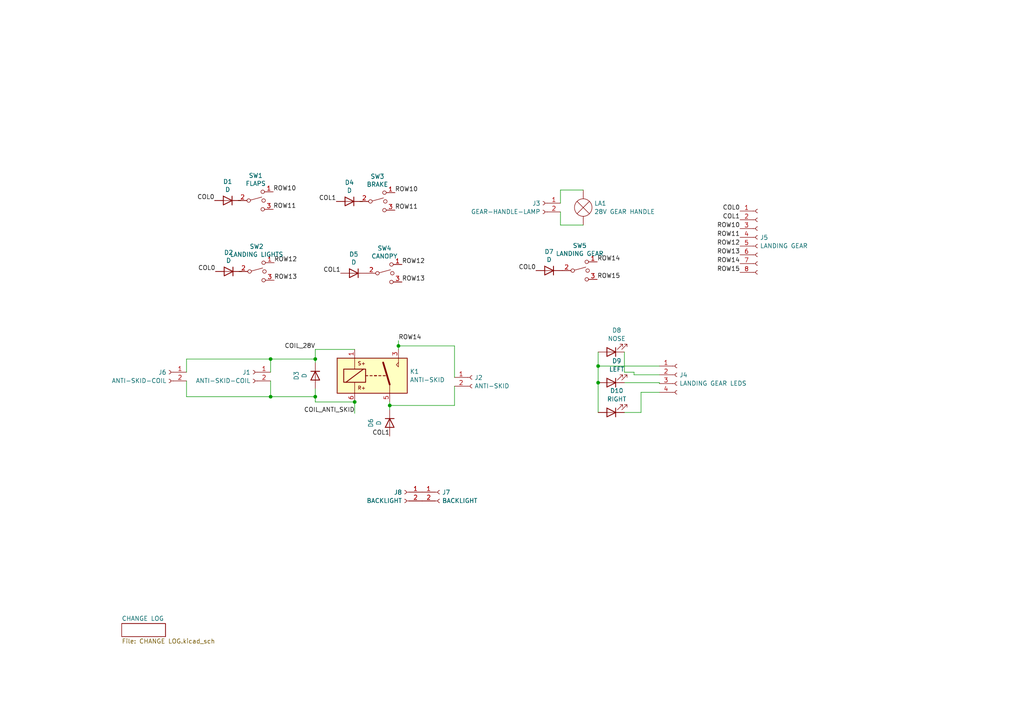
<source format=kicad_sch>
(kicad_sch (version 20230121) (generator eeschema)
  (paper "A4")
  (lib_symbols
    (symbol "Connector:Conn_01x02_Socket" (pin_names (offset 1.016) hide)
      (property "Reference" "J" (at 0 2.54 0))
      (property "Value" "Conn_01x02_Socket" (at 0 -5.08 0))
      (symbol "Conn_01x02_Socket_1_1"
        (arc (start 0 -2.032) (mid -0.5058 -2.54) (end 0 -3.048) (stroke (width 0.1524)))
        (polyline (pts (xy -1.27 -2.54) (xy -0.508 -2.54)) (stroke (width 0.1524)))
        (polyline (pts (xy -1.27 0) (xy -0.508 0)) (stroke (width 0.1524)))
        (arc (start 0 0.508) (mid -0.5058 0) (end 0 -0.508) (stroke (width 0.1524)))
        (pin passive line (at -5.08 0 0) (length 3.81) (name "Pin_1") (number "1"))
        (pin passive line (at -5.08 -2.54 0) (length 3.81) (name "Pin_2") (number "2"))
      )
    )
    (symbol "Connector:Conn_01x04_Female" (pin_names (offset 1.016) hide)
      (property "Reference" "J" (at 0 5.08 0))
      (property "Value" "Conn_01x04_Female" (at 0 -7.62 0))
      (symbol "Conn_01x04_Female_1_1"
        (arc (start 0 -4.572) (mid -0.5058 -5.08) (end 0 -5.588) (stroke (width 0.1524)))
        (arc (start 0 -2.032) (mid -0.5058 -2.54) (end 0 -3.048) (stroke (width 0.1524)))
        (polyline (pts (xy -1.27 -5.08) (xy -0.508 -5.08)) (stroke (width 0.1524)))
        (polyline (pts (xy -1.27 -2.54) (xy -0.508 -2.54)) (stroke (width 0.1524)))
        (polyline (pts (xy -1.27 0) (xy -0.508 0)) (stroke (width 0.1524)))
        (polyline (pts (xy -1.27 2.54) (xy -0.508 2.54)) (stroke (width 0.1524)))
        (arc (start 0 0.508) (mid -0.5058 0) (end 0 -0.508) (stroke (width 0.1524)))
        (arc (start 0 3.048) (mid -0.5058 2.54) (end 0 2.032) (stroke (width 0.1524)))
        (pin passive line (at -5.08 2.54 0) (length 3.81) (name "Pin_1") (number "1"))
        (pin passive line (at -5.08 0 0) (length 3.81) (name "Pin_2") (number "2"))
        (pin passive line (at -5.08 -2.54 0) (length 3.81) (name "Pin_3") (number "3"))
        (pin passive line (at -5.08 -5.08 0) (length 3.81) (name "Pin_4") (number "4"))
      )
    )
    (symbol "Connector:Conn_01x08_Socket" (pin_names (offset 1.016) hide)
      (property "Reference" "J" (at 0 10.16 0))
      (property "Value" "Conn_01x08_Socket" (at 0 -12.7 0))
      (symbol "Conn_01x08_Socket_1_1"
        (arc (start 0 -9.652) (mid -0.5058 -10.16) (end 0 -10.668) (stroke (width 0.1524)))
        (arc (start 0 -7.112) (mid -0.5058 -7.62) (end 0 -8.128) (stroke (width 0.1524)))
        (arc (start 0 -4.572) (mid -0.5058 -5.08) (end 0 -5.588) (stroke (width 0.1524)))
        (arc (start 0 -2.032) (mid -0.5058 -2.54) (end 0 -3.048) (stroke (width 0.1524)))
        (polyline (pts (xy -1.27 -10.16) (xy -0.508 -10.16)) (stroke (width 0.1524)))
        (polyline (pts (xy -1.27 -7.62) (xy -0.508 -7.62)) (stroke (width 0.1524)))
        (polyline (pts (xy -1.27 -5.08) (xy -0.508 -5.08)) (stroke (width 0.1524)))
        (polyline (pts (xy -1.27 -2.54) (xy -0.508 -2.54)) (stroke (width 0.1524)))
        (polyline (pts (xy -1.27 0) (xy -0.508 0)) (stroke (width 0.1524)))
        (polyline (pts (xy -1.27 2.54) (xy -0.508 2.54)) (stroke (width 0.1524)))
        (polyline (pts (xy -1.27 5.08) (xy -0.508 5.08)) (stroke (width 0.1524)))
        (polyline (pts (xy -1.27 7.62) (xy -0.508 7.62)) (stroke (width 0.1524)))
        (arc (start 0 0.508) (mid -0.5058 0) (end 0 -0.508) (stroke (width 0.1524)))
        (arc (start 0 3.048) (mid -0.5058 2.54) (end 0 2.032) (stroke (width 0.1524)))
        (arc (start 0 5.588) (mid -0.5058 5.08) (end 0 4.572) (stroke (width 0.1524)))
        (arc (start 0 8.128) (mid -0.5058 7.62) (end 0 7.112) (stroke (width 0.1524)))
        (pin passive line (at -5.08 7.62 0) (length 3.81) (name "Pin_1") (number "1"))
        (pin passive line (at -5.08 5.08 0) (length 3.81) (name "Pin_2") (number "2"))
        (pin passive line (at -5.08 2.54 0) (length 3.81) (name "Pin_3") (number "3"))
        (pin passive line (at -5.08 0 0) (length 3.81) (name "Pin_4") (number "4"))
        (pin passive line (at -5.08 -2.54 0) (length 3.81) (name "Pin_5") (number "5"))
        (pin passive line (at -5.08 -5.08 0) (length 3.81) (name "Pin_6") (number "6"))
        (pin passive line (at -5.08 -7.62 0) (length 3.81) (name "Pin_7") (number "7"))
        (pin passive line (at -5.08 -10.16 0) (length 3.81) (name "Pin_8") (number "8"))
      )
    )
    (symbol "Device:D" (pin_numbers hide) (pin_names (offset 1.016) hide)
      (property "Reference" "D" (at 0 2.54 0))
      (property "Value" "D" (at 0 -2.54 0))
      (symbol "D_0_1"
        (polyline (pts (xy -1.27 1.27) (xy -1.27 -1.27)) (stroke (width 0.254)))
        (polyline (pts (xy 1.27 0) (xy -1.27 0)))
        (polyline (pts (xy 1.27 1.27) (xy 1.27 -1.27) (xy -1.27 0) (xy 1.27 1.27)) (stroke (width 0.254)))
      )
      (symbol "D_1_1"
        (pin passive line (at -3.81 0 0) (length 2.54) (name "K") (number "1"))
        (pin passive line (at 3.81 0 180) (length 2.54) (name "A") (number "2"))
      )
    )
    (symbol "Device:LED" (pin_numbers hide) (pin_names (offset 1.016) hide)
      (property "Reference" "D" (at 0 2.54 0))
      (property "Value" "LED" (at 0 -2.54 0))
      (symbol "LED_0_1"
        (polyline (pts (xy -1.27 -1.27) (xy -1.27 1.27)) (stroke (width 0.254)))
        (polyline (pts (xy -1.27 0) (xy 1.27 0)))
        (polyline (pts (xy 1.27 -1.27) (xy 1.27 1.27) (xy -1.27 0) (xy 1.27 -1.27)) (stroke (width 0.254)))
        (polyline (pts (xy -3.048 -0.762) (xy -4.572 -2.286) (xy -3.81 -2.286) (xy -4.572 -2.286) (xy -4.572 -1.524)))
        (polyline (pts (xy -1.778 -0.762) (xy -3.302 -2.286) (xy -2.54 -2.286) (xy -3.302 -2.286) (xy -3.302 -1.524)))
      )
      (symbol "LED_1_1"
        (pin passive line (at -3.81 0 0) (length 2.54) (name "K") (number "1"))
        (pin passive line (at 3.81 0 180) (length 2.54) (name "A") (number "2"))
      )
    )
    (symbol "Device:Lamp" (pin_numbers hide) (pin_names (offset 0.0254) hide)
      (property "Reference" "LA" (at 0.635 3.81 0))
      (property "Value" "Lamp" (at 0.635 -3.81 0))
      (symbol "Lamp_0_1"
        (polyline (pts (xy -1.778 1.778) (xy 1.778 -1.778)))
        (polyline (pts (xy 1.778 1.778) (xy -1.778 -1.778)))
        (circle (center 0 0) (radius 2.54))
      )
      (symbol "Lamp_1_1"
        (pin passive line (at 0 -5.08 90) (length 2.54) (name "-") (number "1"))
        (pin passive line (at 0 5.08 270) (length 2.54) (name "+") (number "2"))
      )
    )
    (symbol "Relay:ADW11"
      (property "Reference" "K" (at 11.43 3.81 0))
      (property "Value" "ADW11" (at 13.97 1.27 0))
      (symbol "ADW11_1_1"
        (rectangle (start -10.16 5.08) (end 10.16 -5.08) (stroke (width 0.254)) (fill (type background)))
        (rectangle (start -8.255 1.905) (end -1.905 -1.905) (stroke (width 0.254)))
        (polyline (pts (xy -7.62 -1.905) (xy -2.54 1.905)) (stroke (width 0.254)))
        (polyline (pts (xy -5.08 -5.08) (xy -5.08 -1.905)))
        (polyline (pts (xy -5.08 5.08) (xy -5.08 1.905)))
        (polyline (pts (xy -1.905 0) (xy -1.27 0)) (stroke (width 0.254)))
        (polyline (pts (xy -0.635 0) (xy 0 0)) (stroke (width 0.254)))
        (polyline (pts (xy 0.635 0) (xy 1.27 0)) (stroke (width 0.254)))
        (polyline (pts (xy 0.635 0) (xy 1.27 0)) (stroke (width 0.254)))
        (polyline (pts (xy 1.905 0) (xy 2.54 0)) (stroke (width 0.254)))
        (polyline (pts (xy 3.175 0) (xy 3.81 0)) (stroke (width 0.254)))
        (polyline (pts (xy 5.08 -2.54) (xy 3.175 3.81)) (stroke (width 0.508)))
        (polyline (pts (xy 5.08 -2.54) (xy 5.08 -5.08)))
        (polyline (pts (xy 7.62 3.81) (xy 7.62 5.08)))
        (polyline (pts (xy 7.62 3.81) (xy 7.62 2.54) (xy 6.985 3.175) (xy 7.62 3.81)))
        (text "R+" (at -3.048 -3.556 0) (effects (font (size 1.016 1.016))))
        (text "S+" (at -3.048 3.556 0) (effects (font (size 1.016 1.016))))
        (pin passive line (at -5.08 7.62 270) (length 2.54) (name "~") (number "1"))
        (pin passive line (at 7.62 7.62 270) (length 2.54) (name "~") (number "3"))
        (pin passive line (at 5.08 -7.62 90) (length 2.54) (name "~") (number "5"))
        (pin passive line (at -5.08 -7.62 90) (length 2.54) (name "~") (number "6"))
      )
    )
    (symbol "Switch:SW_SPDT_MSM" (pin_names (offset 0) hide)
      (property "Reference" "SW" (at 0 5.08 0))
      (property "Value" "SW_SPDT_MSM" (at 0 -5.08 0))
      (symbol "SW_SPDT_MSM_0_0"
        (circle (center -2.032 0) (radius 0.508))
        (polyline (pts (xy -1.524 0.127) (xy 1.778 1.016)))
        (circle (center 2.032 -2.54) (radius 0.508))
      )
      (symbol "SW_SPDT_MSM_0_1"
        (circle (center 2.032 2.54) (radius 0.508))
        (circle (center 2.286 0) (radius 0.508))
      )
      (symbol "SW_SPDT_MSM_1_1"
        (pin passive line (at 5.08 2.54 180) (length 2.54) (name "1") (number "1"))
        (pin passive line (at -5.08 0 0) (length 2.54) (name "2") (number "2"))
        (pin passive line (at 5.08 -2.54 180) (length 2.54) (name "3") (number "3"))
      )
    )
  )
  (junction (at 115.57 100.33))
  (junction (at 91.44 115.062))
  (junction (at 78.486 104.14))
  (junction (at 173.482 110.998))
  (junction (at 173.482 106.172))
  (junction (at 113.03 117.602))
  (junction (at 78.486 115.062))
  (junction (at 102.87 116.586))
  (junction (at 91.44 104.14))
  (wire (pts (xy 91.44 104.14) (xy 78.486 104.14)))
  (wire (pts (xy 91.44 116.586) (xy 91.44 115.062)))
  (wire (pts (xy 131.826 109.474) (xy 131.826 100.33)))
  (wire (pts (xy 185.928 119.634) (xy 185.928 113.792)))
  (wire (pts (xy 183.896 107.95) (xy 183.896 108.712)))
  (wire (pts (xy 183.896 108.712) (xy 191.262 108.712)))
  (wire (pts (xy 91.44 104.14) (xy 91.44 105.156)))
  (wire (pts (xy 91.44 115.062) (xy 78.486 115.062)))
  (wire (pts (xy 131.826 100.33) (xy 115.57 100.33)))
  (wire (pts (xy 181.102 102.108) (xy 181.102 107.95)))
  (wire (pts (xy 181.102 110.998) (xy 191.262 110.998)))
  (wire (pts (xy 162.56 55.118) (xy 162.56 58.928)))
  (wire (pts (xy 102.87 101.346) (xy 91.44 101.346)))
  (wire (pts (xy 78.486 104.14) (xy 78.486 107.95)))
  (wire (pts (xy 162.56 65.278) (xy 162.56 61.468)))
  (wire (pts (xy 169.164 65.278) (xy 162.56 65.278)))
  (wire (pts (xy 191.262 110.998) (xy 191.262 111.252)))
  (wire (pts (xy 173.482 102.108) (xy 173.482 106.172)))
  (wire (pts (xy 91.44 115.062) (xy 91.44 112.776)))
  (wire (pts (xy 91.44 101.346) (xy 91.44 104.14)))
  (wire (pts (xy 54.102 107.95) (xy 54.102 104.14)))
  (wire (pts (xy 115.57 100.33) (xy 115.57 101.346)))
  (wire (pts (xy 173.482 110.998) (xy 173.482 119.634)))
  (wire (pts (xy 78.486 115.062) (xy 78.486 110.49)))
  (wire (pts (xy 54.102 104.14) (xy 78.486 104.14)))
  (wire (pts (xy 113.03 117.602) (xy 113.03 116.586)))
  (wire (pts (xy 131.826 117.602) (xy 113.03 117.602)))
  (wire (pts (xy 173.482 106.172) (xy 173.482 110.998)))
  (wire (pts (xy 54.102 110.49) (xy 54.102 115.062)))
  (wire (pts (xy 105.156 58.42) (xy 104.394 58.42)))
  (wire (pts (xy 70.104 78.74) (xy 69.342 78.74)))
  (wire (pts (xy 181.102 119.634) (xy 185.928 119.634)))
  (wire (pts (xy 69.85 58.166) (xy 69.088 58.166)))
  (wire (pts (xy 54.102 115.062) (xy 78.486 115.062)))
  (wire (pts (xy 102.87 116.586) (xy 102.87 119.888)))
  (wire (pts (xy 115.57 98.806) (xy 115.57 100.33)))
  (wire (pts (xy 173.482 106.172) (xy 191.262 106.172)))
  (wire (pts (xy 131.826 112.014) (xy 131.826 117.602)))
  (wire (pts (xy 102.87 116.586) (xy 91.44 116.586)))
  (wire (pts (xy 185.928 113.792) (xy 191.262 113.792)))
  (wire (pts (xy 113.03 118.872) (xy 113.03 117.602)))
  (wire (pts (xy 169.164 55.118) (xy 162.56 55.118)))
  (wire (pts (xy 181.102 107.95) (xy 183.896 107.95)))
  (label "COL0" (at 155.448 78.486 180))
  (label "ROW11" (at 79.248 60.706 0))
  (label "COIL_ANTI_SKID" (at 102.87 119.888 180))
  (label "COL1" (at 97.536 58.42 180))
  (label "ROW14" (at 214.63 76.454 180))
  (label "ROW15" (at 214.63 78.994 180))
  (label "COL1" (at 113.03 126.492 180))
  (label "ROW15" (at 173.228 81.026 0))
  (label "COL0" (at 214.63 61.214 180))
  (label "ROW14" (at 115.57 98.806 0))
  (label "ROW10" (at 214.63 66.294 180))
  (label "ROW12" (at 116.586 76.708 0))
  (label "COL0" (at 62.23 58.166 180))
  (label "ROW10" (at 114.554 55.88 0))
  (label "COL1" (at 214.63 63.754 180))
  (label "ROW11" (at 214.63 68.834 180))
  (label "COL1" (at 98.806 79.248 180))
  (label "ROW12" (at 79.502 76.2 0))
  (label "ROW11" (at 114.554 60.96 0))
  (label "ROW13" (at 116.586 81.788 0))
  (label "ROW14" (at 173.228 75.946 0))
  (label "COIL_28V" (at 91.44 101.346 180))
  (label "ROW12" (at 214.63 71.374 180))
  (label "ROW10" (at 79.248 55.626 0))
  (label "ROW13" (at 214.63 73.914 180))
  (label "ROW13" (at 79.502 81.28 0))
  (label "COL0" (at 62.484 78.74 180))
  (symbol (lib_id "Switch:SW_SPDT_MSM") (at 74.422 78.74 0) (unit 1)
    (property "Reference" "SW2" (at 74.422 71.501 0))
    (property "Value" "LANDING LIGHTS" (at 74.422 73.8124 0))
    (property "Footprint" "Connector_Molex:Molex_KK-254_AE-6410-03A_1x03_P2.54mm_Vertical" (effects hide))
  )
  (symbol (lib_id "Device:D") (at 101.346 58.42 0) (mirror y) (unit 1)
    (property "Reference" "D4" (at 101.346 52.9336 0))
    (property "Value" "D" (at 101.346 55.245 0))
    (property "Footprint" "Diode_THT:D_A-405_P2.54mm_Vertical_AnodeUp" (effects hide))
  )
  (symbol (lib_id "Device:D") (at 66.294 78.74 0) (mirror y) (unit 1)
    (property "Reference" "D2" (at 66.294 73.2536 0))
    (property "Value" "D" (at 66.294 75.565 0))
    (property "Footprint" "Diode_THT:D_A-405_P2.54mm_Vertical_AnodeUp" (effects hide))
  )
  (symbol (lib_id "Connector:Conn_01x02_Socket") (at 73.406 107.95 0) (mirror y) (unit 1)
    (property "Reference" "J1" (at 72.6948 108.0079 0) (effects (justify left)))
    (property "Value" "ANTI-SKID-COIL" (at 72.6948 110.4321 0) (effects (justify left)))
    (property "Footprint" "Connector_Molex:Molex_KK-254_AE-6410-02A_1x02_P2.54mm_Vertical" (effects hide))
  )
  (symbol (lib_id "Device:D") (at 66.04 58.166 0) (mirror y) (unit 1)
    (property "Reference" "D1" (at 66.04 52.6796 0))
    (property "Value" "D" (at 66.04 54.991 0))
    (property "Footprint" "Diode_THT:D_A-405_P2.54mm_Vertical_AnodeUp" (effects hide))
  )
  (symbol (lib_id "Device:D") (at 102.616 79.248 0) (mirror y) (unit 1)
    (property "Reference" "D5" (at 102.616 73.7616 0))
    (property "Value" "D" (at 102.616 76.073 0))
    (property "Footprint" "Diode_THT:D_A-405_P2.54mm_Vertical_AnodeUp" (effects hide))
  )
  (symbol (lib_id "Connector:Conn_01x02_Socket") (at 117.348 142.748 0) (mirror y) (unit 1)
    (property "Reference" "J8" (at 116.6368 142.8059 0) (effects (justify left)))
    (property "Value" "BACKLIGHT" (at 116.6368 145.2301 0) (effects (justify left)))
    (property "Footprint" "Connector_Molex:Molex_KK-254_AE-6410-02A_1x02_P2.54mm_Vertical" (effects hide))
  )
  (symbol (lib_id "Device:D") (at 113.03 122.682 90) (mirror x) (unit 1)
    (property "Reference" "D6" (at 107.5436 122.682 0))
    (property "Value" "D" (at 109.855 122.682 0))
    (property "Footprint" "Diode_THT:D_A-405_P2.54mm_Vertical_AnodeUp" (effects hide))
  )
  (symbol (lib_id "Switch:SW_SPDT_MSM") (at 168.148 78.486 0) (unit 1)
    (property "Reference" "SW5" (at 168.148 71.247 0))
    (property "Value" "LANDING GEAR" (at 168.148 73.5584 0))
    (property "Footprint" "Connector_Molex:Molex_KK-254_AE-6410-03A_1x03_P2.54mm_Vertical" (effects hide))
  )
  (symbol (lib_id "Device:Lamp") (at 169.164 60.198 180) (unit 1)
    (property "Reference" "LA1" (at 172.339 58.9859 0) (effects (justify right)))
    (property "Value" "28V GEAR HANDLE" (at 172.339 61.4101 0) (effects (justify right)))
    (property "Footprint" "Connector_Molex:Molex_KK-254_AE-6410-02A_1x02_P2.54mm_Vertical" (effects hide))
  )
  (symbol (lib_id "Device:LED") (at 177.292 110.998 180) (unit 1)
    (property "Reference" "D9" (at 178.8795 104.6947 0))
    (property "Value" "LEFT" (at 178.8795 107.1189 0))
    (property "Footprint" "Connector_Molex:Molex_KK-254_AE-6410-02A_1x02_P2.54mm_Vertical" (effects hide))
  )
  (symbol (lib_id "Device:D") (at 91.44 108.966 90) (mirror x) (unit 1) (on_board no)
    (property "Reference" "D3" (at 85.9536 108.966 0))
    (property "Value" "D" (at 88.265 108.966 0))
    (property "Footprint" "Diode_THT:D_A-405_P2.54mm_Vertical_AnodeUp" (effects hide))
  )
  (symbol (lib_id "Device:LED") (at 177.292 102.108 180) (unit 1)
    (property "Reference" "D8" (at 178.8795 95.8047 0))
    (property "Value" "NOSE" (at 178.8795 98.2289 0))
    (property "Footprint" "Connector_Molex:Molex_KK-254_AE-6410-02A_1x02_P2.54mm_Vertical" (effects hide))
  )
  (symbol (lib_id "Connector:Conn_01x04_Female") (at 196.342 108.712 0) (unit 1)
    (property "Reference" "J4" (at 197.0532 108.7699 0) (effects (justify left)))
    (property "Value" "LANDING GEAR LEDS" (at 197.0532 111.1941 0) (effects (justify left)))
    (property "Footprint" "Connector_Molex:Molex_KK-254_AE-6410-04A_1x04_P2.54mm_Vertical" (effects hide))
  )
  (symbol (lib_id "Connector:Conn_01x02_Socket") (at 157.48 58.928 0) (mirror y) (unit 1)
    (property "Reference" "J3" (at 156.7688 58.9859 0) (effects (justify left)))
    (property "Value" "GEAR-HANDLE-LAMP" (at 156.7688 61.4101 0) (effects (justify left)))
    (property "Footprint" "Connector_Molex:Molex_KK-254_AE-6410-02A_1x02_P2.54mm_Vertical" (effects hide))
  )
  (symbol (lib_id "Device:LED") (at 177.292 119.634 180) (unit 1)
    (property "Reference" "D10" (at 178.8795 113.3307 0))
    (property "Value" "RIGHT" (at 178.8795 115.7549 0))
    (property "Footprint" "Connector_Molex:Molex_KK-254_AE-6410-02A_1x02_P2.54mm_Vertical" (effects hide))
  )
  (symbol (lib_id "Switch:SW_SPDT_MSM") (at 74.168 58.166 0) (unit 1)
    (property "Reference" "SW1" (at 74.168 50.927 0))
    (property "Value" "FLAPS" (at 74.168 53.2384 0))
    (property "Footprint" "Connector_Molex:Molex_KK-254_AE-6410-03A_1x03_P2.54mm_Vertical" (effects hide))
  )
  (symbol (lib_id "Connector:Conn_01x02_Socket") (at 49.022 107.95 0) (mirror y) (unit 1)
    (property "Reference" "J6" (at 48.3108 108.0079 0) (effects (justify left)))
    (property "Value" "ANTI-SKID-COIL" (at 48.3108 110.4321 0) (effects (justify left)))
    (property "Footprint" "Connector_Molex:Molex_KK-254_AE-6410-02A_1x02_P2.54mm_Vertical" (effects hide))
  )
  (symbol (lib_id "Connector:Conn_01x02_Socket") (at 127.508 142.748 0) (unit 1)
    (property "Reference" "J7" (at 128.2192 142.8059 0) (effects (justify left)))
    (property "Value" "BACKLIGHT" (at 128.2192 145.2301 0) (effects (justify left)))
    (property "Footprint" "Connector_Molex:Molex_KK-254_AE-6410-02A_1x02_P2.54mm_Vertical" (effects hide))
  )
  (symbol (lib_id "Switch:SW_SPDT_MSM") (at 111.506 79.248 0) (unit 1)
    (property "Reference" "SW4" (at 111.506 72.009 0))
    (property "Value" "CANOPY" (at 111.506 74.3204 0))
    (property "Footprint" "Connector_Molex:Molex_KK-254_AE-6410-03A_1x03_P2.54mm_Vertical" (effects hide))
  )
  (symbol (lib_id "Connector:Conn_01x02_Socket") (at 136.906 109.474 0) (unit 1)
    (property "Reference" "J2" (at 137.6172 109.5319 0) (effects (justify left)))
    (property "Value" "ANTI-SKID" (at 137.6172 111.9561 0) (effects (justify left)))
    (property "Footprint" "Connector_Molex:Molex_KK-254_AE-6410-02A_1x02_P2.54mm_Vertical" (effects hide))
  )
  (symbol (lib_id "Connector:Conn_01x08_Socket") (at 219.71 68.834 0) (unit 1)
    (property "Reference" "J5" (at 220.4212 68.8919 0) (effects (justify left)))
    (property "Value" "LANDING GEAR" (at 220.4212 71.3161 0) (effects (justify left)))
    (property "Footprint" "Connector_Molex:Molex_KK-254_AE-6410-08A_1x08_P2.54mm_Vertical" (effects hide))
  )
  (symbol (lib_id "Switch:SW_SPDT_MSM") (at 109.474 58.42 0) (unit 1)
    (property "Reference" "SW3" (at 109.474 51.181 0))
    (property "Value" "BRAKE" (at 109.474 53.4924 0))
    (property "Footprint" "Connector_Molex:Molex_KK-254_AE-6410-03A_1x03_P2.54mm_Vertical" (effects hide))
  )
  (symbol (lib_id "Device:D") (at 159.258 78.486 0) (mirror y) (unit 1)
    (property "Reference" "D7" (at 159.258 72.9996 0))
    (property "Value" "D" (at 159.258 75.311 0))
    (property "Footprint" "Diode_THT:D_A-405_P2.54mm_Vertical_AnodeUp" (effects hide))
  )
  (symbol (lib_id "Relay:ADW11") (at 107.95 108.966 0) (unit 1) (on_board no)
    (property "Reference" "K1" (at 118.872 107.7539 0) (effects (justify left)))
    (property "Value" "ANTI-SKID" (at 118.872 110.1781 0) (effects (justify left)))
    (property "Footprint" "Relay_THT:Relay_1P1T_NO_10x24x18.8mm_Panasonic_ADW11xxxxW_THT" (effects hide))
    (property "Datasheet" "https://www.panasonic-electric-works.com/pew/es/downloads/ds_dw_hl_en.pdf" (effects hide))
  )
  (sheet (at 35.306 180.848) (size 12.7 3.81) (stroke (width 0.1524))
    (property "Sheetname" "CHANGE LOG" (at 35.306 180.1364 0) (effects (justify left bottom)))
    (property "Sheetfile" "CHANGE LOG.kicad_sch" (at 35.306 185.2426 0) (effects (justify left top)))
  )
)
</source>
